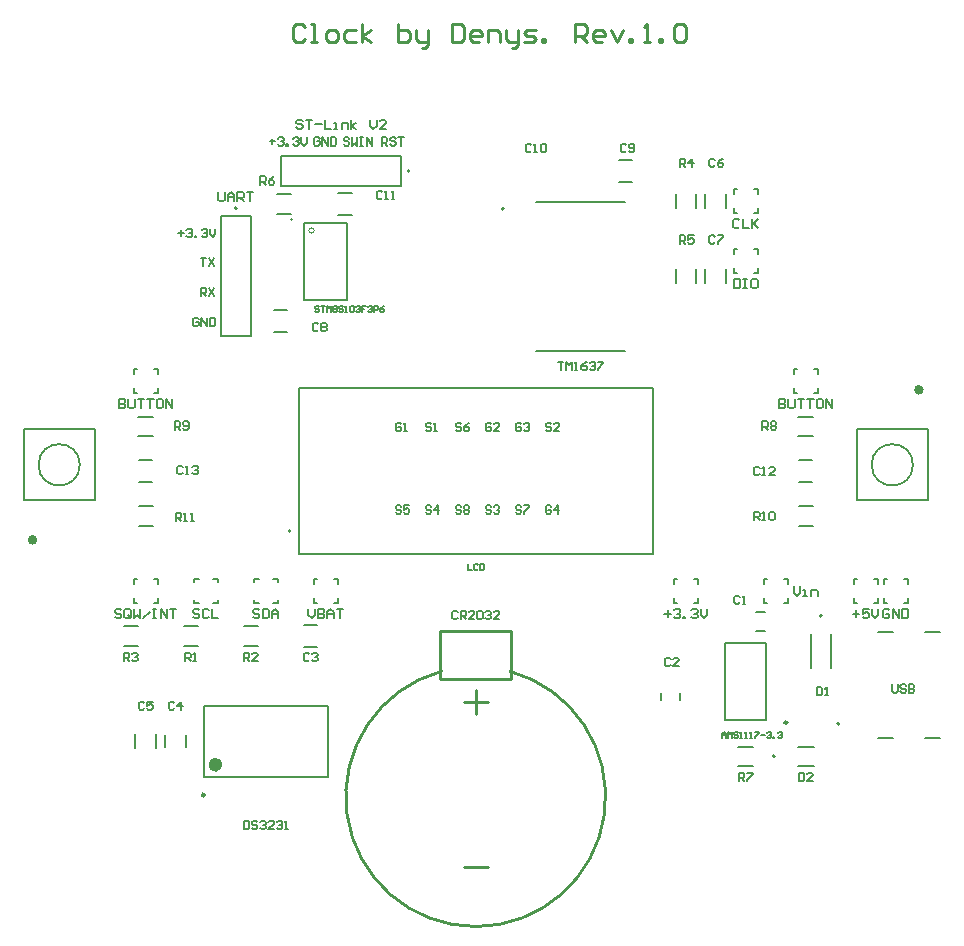
<source format=gto>
G04*
G04 #@! TF.GenerationSoftware,Altium Limited,Altium Designer,25.3.3 (18)*
G04*
G04 Layer_Color=65535*
%FSLAX44Y44*%
%MOMM*%
G71*
G04*
G04 #@! TF.SameCoordinates,4553B921-64C7-485E-A772-E3B30A5B98F9*
G04*
G04*
G04 #@! TF.FilePolarity,Positive*
G04*
G01*
G75*
%ADD10C,0.2500*%
%ADD11C,0.6000*%
%ADD12C,0.1270*%
%ADD13C,0.4000*%
%ADD14C,0.0500*%
%ADD15C,0.2000*%
%ADD16C,0.2540*%
%ADD17C,0.1524*%
D10*
X176900Y132300D02*
G03*
X176900Y132300I-1250J0D01*
G01*
X670200Y193600D02*
G03*
X670200Y193600I-1250J0D01*
G01*
D11*
X189100Y157800D02*
G03*
X189100Y157800I-3000J0D01*
G01*
D12*
X71200Y411700D02*
G03*
X71200Y411700I-17500J0D01*
G01*
X776600D02*
G03*
X776600Y411700I-17500J0D01*
G01*
X23700Y381700D02*
X83672Y381703D01*
X23700Y381700D02*
Y441700D01*
X83700D01*
Y381779D02*
Y441700D01*
X457800Y634500D02*
X532800D01*
X457800Y508500D02*
X532800D01*
X707000Y239750D02*
Y268250D01*
X690000Y239750D02*
Y268250D01*
X120500Y452500D02*
X133500D01*
X120500Y436500D02*
X133500D01*
X678950Y157100D02*
X692650D01*
X678950Y173100D02*
X692650D01*
X256400Y336400D02*
X556400D01*
Y476400D01*
X256400D02*
X556400D01*
X256400Y336400D02*
Y476400D01*
X643700Y271400D02*
X651700D01*
X643700Y287400D02*
X651700D01*
X121600Y397400D02*
X132400D01*
X121600Y415400D02*
X132400D01*
X579500Y212320D02*
Y218520D01*
X563500Y212320D02*
Y218520D01*
X600600Y565800D02*
Y577200D01*
X618600Y565800D02*
Y577200D01*
X261300Y275700D02*
X272100D01*
X261300Y257700D02*
X272100D01*
X161400Y172400D02*
Y183200D01*
X143400Y172400D02*
Y183200D01*
X235900Y524400D02*
X246700D01*
X235900Y542400D02*
X246700D01*
X680400Y397400D02*
X691200D01*
X680400Y415400D02*
X691200D01*
X628500Y173100D02*
X641500D01*
X628500Y157100D02*
X641500D01*
X679300Y452500D02*
X692300D01*
X679300Y436500D02*
X692300D01*
X729100Y381700D02*
Y441621D01*
Y381700D02*
X789100D01*
Y441700D01*
X729128Y441697D02*
X789100Y441700D01*
X290210Y641460D02*
X301610D01*
X290210Y623460D02*
X301610D01*
X118000Y172100D02*
Y183500D01*
X136000Y172100D02*
Y183500D01*
X527700Y651400D02*
X539100D01*
X527700Y669400D02*
X539100D01*
X618600Y629300D02*
Y640700D01*
X600600Y629300D02*
Y640700D01*
X273905Y545253D02*
X273059Y546099D01*
X271366D01*
X270520Y545253D01*
Y544406D01*
X271366Y543560D01*
X273059D01*
X273905Y542714D01*
Y541867D01*
X273059Y541021D01*
X271366D01*
X270520Y541867D01*
X275598Y546099D02*
X278983D01*
X277291D01*
Y541021D01*
X280676D02*
Y546099D01*
X282369Y544406D01*
X284062Y546099D01*
Y541021D01*
X285755Y545253D02*
X286601Y546099D01*
X288294D01*
X289140Y545253D01*
Y544406D01*
X288294Y543560D01*
X289140Y542714D01*
Y541867D01*
X288294Y541021D01*
X286601D01*
X285755Y541867D01*
Y542714D01*
X286601Y543560D01*
X285755Y544406D01*
Y545253D01*
X286601Y543560D02*
X288294D01*
X294219Y545253D02*
X293372Y546099D01*
X291679D01*
X290833Y545253D01*
Y544406D01*
X291679Y543560D01*
X293372D01*
X294219Y542714D01*
Y541867D01*
X293372Y541021D01*
X291679D01*
X290833Y541867D01*
X295911Y541021D02*
X297604D01*
X296758D01*
Y546099D01*
X295911Y545253D01*
X300143D02*
X300990Y546099D01*
X302682D01*
X303529Y545253D01*
Y541867D01*
X302682Y541021D01*
X300990D01*
X300143Y541867D01*
Y545253D01*
X305222D02*
X306068Y546099D01*
X307761D01*
X308607Y545253D01*
Y544406D01*
X307761Y543560D01*
X306914D01*
X307761D01*
X308607Y542714D01*
Y541867D01*
X307761Y541021D01*
X306068D01*
X305222Y541867D01*
X313685Y546099D02*
X310300D01*
Y543560D01*
X311993D01*
X310300D01*
Y541021D01*
X315378Y545253D02*
X316225Y546099D01*
X317917D01*
X318764Y545253D01*
Y544406D01*
X317917Y543560D01*
X317071D01*
X317917D01*
X318764Y542714D01*
Y541867D01*
X317917Y541021D01*
X316225D01*
X315378Y541867D01*
X320457Y541021D02*
Y546099D01*
X322996D01*
X323842Y545253D01*
Y543560D01*
X322996Y542714D01*
X320457D01*
X328921Y546099D02*
X327228Y545253D01*
X325535Y543560D01*
Y541867D01*
X326381Y541021D01*
X328074D01*
X328921Y541867D01*
Y542714D01*
X328074Y543560D01*
X325535D01*
X399629Y327659D02*
Y322581D01*
X403014D01*
X408093Y326813D02*
X407246Y327659D01*
X405554D01*
X404707Y326813D01*
Y323427D01*
X405554Y322581D01*
X407246D01*
X408093Y323427D01*
X409786Y327659D02*
Y322581D01*
X412325D01*
X413171Y323427D01*
Y326813D01*
X412325Y327659D01*
X409786D01*
X614677Y180458D02*
X614692Y183844D01*
X616393Y185529D01*
X618078Y183828D01*
X618062Y180443D01*
X618074Y182982D01*
X614688Y182997D01*
X619755Y180435D02*
X619779Y185513D01*
X621464Y183812D01*
X623164Y185497D01*
X623141Y180419D01*
X628238Y184627D02*
X627396Y185478D01*
X625703Y185486D01*
X624853Y184643D01*
X624849Y183797D01*
X625691Y182946D01*
X627384Y182939D01*
X628227Y182088D01*
X628223Y181242D01*
X627373Y180399D01*
X625680Y180407D01*
X624837Y181258D01*
X629912Y180388D02*
X631604Y180380D01*
X630758Y180384D01*
X630782Y185462D01*
X629931Y184620D01*
X634144Y180368D02*
X635836Y180360D01*
X634990Y180364D01*
X635013Y185443D01*
X634163Y184600D01*
X638376Y180349D02*
X640068Y180341D01*
X639222Y180345D01*
X639245Y185423D01*
X638395Y184581D01*
X642631Y185407D02*
X646016Y185392D01*
X646012Y184545D01*
X642611Y181175D01*
X642607Y180329D01*
X647698Y182845D02*
X651083Y182829D01*
X652784Y184514D02*
X653634Y185357D01*
X655327Y185349D01*
X656169Y184499D01*
X656165Y183652D01*
X655315Y182810D01*
X654469Y182814D01*
X655315Y182810D01*
X656157Y181959D01*
X656153Y181113D01*
X655303Y180271D01*
X653610Y180278D01*
X652768Y181129D01*
X657842Y180259D02*
X657846Y181105D01*
X658693Y181101D01*
X658689Y180255D01*
X657842Y180259D01*
X662094Y184471D02*
X662944Y185314D01*
X664637Y185306D01*
X665479Y184456D01*
X665475Y183609D01*
X664625Y182767D01*
X663779Y182771D01*
X664625Y182767D01*
X665468Y181916D01*
X665464Y181070D01*
X664613Y180228D01*
X662921Y180235D01*
X662078Y181086D01*
D13*
X33200Y348200D02*
G03*
X33200Y348200I-2000J0D01*
G01*
X783600Y475200D02*
G03*
X783600Y475200I-2000J0D01*
G01*
D14*
X269636Y610200D02*
G03*
X269636Y610200I-2236J0D01*
G01*
D02*
G03*
X269636Y610200I-2236J0D01*
G01*
X251400Y619200D02*
G03*
X251400Y619200I-1000J0D01*
G01*
D15*
X430200Y628650D02*
G03*
X430200Y628650I-1000J0D01*
G01*
X699500Y284000D02*
G03*
X699500Y284000I-1000J0D01*
G01*
X204200Y628800D02*
G03*
X204200Y628800I-1000J0D01*
G01*
X659800Y165100D02*
G03*
X659800Y165100I-1000J0D01*
G01*
X249900Y355600D02*
G03*
X249900Y355600I-1000J0D01*
G01*
X714400Y192600D02*
G03*
X714400Y192600I-1000J0D01*
G01*
X350400Y660400D02*
G03*
X350400Y660400I-1000J0D01*
G01*
X176100Y147800D02*
X281100D01*
X176100Y207800D02*
X281100D01*
X176100Y147800D02*
Y207800D01*
X281100Y147800D02*
Y207800D01*
X261150Y616700D02*
X297650D01*
Y551700D02*
Y616700D01*
X261150Y551700D02*
X297650D01*
X261150D02*
Y616700D01*
X190500Y520700D02*
Y622300D01*
X215900Y520700D02*
Y622300D01*
X190500Y520700D02*
X215900D01*
X190500Y622300D02*
X215900D01*
X117000Y472600D02*
Y476550D01*
Y488650D02*
Y492600D01*
X137000Y488650D02*
Y492600D01*
Y472600D02*
Y476550D01*
X117000Y472600D02*
X119700D01*
X117000Y492600D02*
X119700D01*
X134300Y472600D02*
X137000D01*
X134300Y492600D02*
X137000D01*
X786600Y180400D02*
X799400D01*
X786600Y269800D02*
X799400D01*
X746900Y180400D02*
X759400D01*
X746900Y269800D02*
X759400D01*
X617475Y196075D02*
X652525D01*
X617475D02*
Y261125D01*
X652525D01*
Y196075D02*
Y261125D01*
X241300Y673100D02*
X342900D01*
X241300Y647700D02*
X342900D01*
X241300D02*
Y673100D01*
X342900Y647700D02*
Y673100D01*
X726600Y294800D02*
Y298750D01*
Y310850D02*
Y314800D01*
X746600Y310850D02*
Y314800D01*
Y294800D02*
Y298750D01*
X726600Y294800D02*
X729300D01*
X726600Y314800D02*
X729300D01*
X743900Y294800D02*
X746600D01*
X743900Y314800D02*
X746600D01*
X752000Y294800D02*
Y298750D01*
Y310850D02*
Y314800D01*
X772000Y310850D02*
Y314800D01*
Y294800D02*
Y298750D01*
X752000Y294800D02*
X754700D01*
X752000Y314800D02*
X754700D01*
X769300Y294800D02*
X772000D01*
X769300Y314800D02*
X772000D01*
X650400Y294800D02*
Y298750D01*
Y310850D02*
Y314800D01*
X670400Y310850D02*
Y314800D01*
Y294800D02*
Y298750D01*
X650400Y294800D02*
X653100D01*
X650400Y314800D02*
X653100D01*
X667700Y294800D02*
X670400D01*
X667700Y314800D02*
X670400D01*
X234650Y294800D02*
X238600D01*
X218600D02*
X222550D01*
X218600Y314800D02*
X222550D01*
X234650D02*
X238600D01*
Y294800D02*
Y297500D01*
X218600Y294800D02*
Y297500D01*
X238600Y312100D02*
Y314800D01*
X218600Y312100D02*
Y314800D01*
X183850Y294800D02*
X187800D01*
X167800D02*
X171750D01*
X167800Y314800D02*
X171750D01*
X183850D02*
X187800D01*
Y294800D02*
Y297500D01*
X167800Y294800D02*
Y297500D01*
X187800Y312100D02*
Y314800D01*
X167800Y312100D02*
Y314800D01*
X117000Y294800D02*
Y298750D01*
Y310850D02*
Y314800D01*
X137000Y310850D02*
Y314800D01*
Y294800D02*
Y298750D01*
X117000Y294800D02*
X119700D01*
X117000Y314800D02*
X119700D01*
X134300Y294800D02*
X137000D01*
X134300Y314800D02*
X137000D01*
X574200Y294800D02*
Y298750D01*
Y310850D02*
Y314800D01*
X594200Y310850D02*
Y314800D01*
Y294800D02*
Y298750D01*
X574200Y294800D02*
X576900D01*
X574200Y314800D02*
X576900D01*
X591500Y294800D02*
X594200D01*
X591500Y314800D02*
X594200D01*
X269400Y294800D02*
Y298750D01*
Y310850D02*
Y314800D01*
X289400Y310850D02*
Y314800D01*
Y294800D02*
Y298750D01*
X269400Y294800D02*
X272100D01*
X269400Y314800D02*
X272100D01*
X286700Y294800D02*
X289400D01*
X286700Y314800D02*
X289400D01*
X625000Y625000D02*
Y628950D01*
Y641050D02*
Y645000D01*
X645000Y641050D02*
Y645000D01*
Y625000D02*
Y628950D01*
X625000Y625000D02*
X627700D01*
X625000Y645000D02*
X627700D01*
X642300Y625000D02*
X645000D01*
X642300Y645000D02*
X645000D01*
X625000Y574200D02*
Y578150D01*
Y590250D02*
Y594200D01*
X645000Y590250D02*
Y594200D01*
Y574200D02*
Y578150D01*
X625000Y574200D02*
X627700D01*
X625000Y594200D02*
X627700D01*
X642300Y574200D02*
X645000D01*
X642300Y594200D02*
X645000D01*
X675800Y472600D02*
Y476550D01*
Y488650D02*
Y492600D01*
X695800Y488650D02*
Y492600D01*
Y472600D02*
Y476550D01*
X675800Y472600D02*
X678500D01*
X675800Y492600D02*
X678500D01*
X693100Y472600D02*
X695800D01*
X693100Y492600D02*
X695800D01*
X209939Y110179D02*
Y103181D01*
X213438D01*
X214604Y104347D01*
Y109013D01*
X213438Y110179D01*
X209939D01*
X221602Y109013D02*
X220436Y110179D01*
X218103D01*
X216937Y109013D01*
Y107846D01*
X218103Y106680D01*
X220436D01*
X221602Y105514D01*
Y104347D01*
X220436Y103181D01*
X218103D01*
X216937Y104347D01*
X223935Y109013D02*
X225101Y110179D01*
X227434D01*
X228600Y109013D01*
Y107846D01*
X227434Y106680D01*
X226267D01*
X227434D01*
X228600Y105514D01*
Y104347D01*
X227434Y103181D01*
X225101D01*
X223935Y104347D01*
X235598Y103181D02*
X230933D01*
X235598Y107846D01*
Y109013D01*
X234431Y110179D01*
X232099D01*
X230933Y109013D01*
X237930D02*
X239097Y110179D01*
X241429D01*
X242596Y109013D01*
Y107846D01*
X241429Y106680D01*
X240263D01*
X241429D01*
X242596Y105514D01*
Y104347D01*
X241429Y103181D01*
X239097D01*
X237930Y104347D01*
X244928Y103181D02*
X247261D01*
X246094D01*
Y110179D01*
X244928Y109013D01*
X476056Y498799D02*
X480721D01*
X478389D01*
Y491801D01*
X483054D02*
Y498799D01*
X485387Y496466D01*
X487719Y498799D01*
Y491801D01*
X490052D02*
X492384D01*
X491218D01*
Y498799D01*
X490052Y497633D01*
X500548Y498799D02*
X498216Y497633D01*
X495883Y495300D01*
Y492967D01*
X497049Y491801D01*
X499382D01*
X500548Y492967D01*
Y494134D01*
X499382Y495300D01*
X495883D01*
X502881Y497633D02*
X504047Y498799D01*
X506380D01*
X507546Y497633D01*
Y496466D01*
X506380Y495300D01*
X505214D01*
X506380D01*
X507546Y494134D01*
Y492967D01*
X506380Y491801D01*
X504047D01*
X502881Y492967D01*
X509879Y498799D02*
X514544D01*
Y497633D01*
X509879Y492967D01*
Y491801D01*
X695335Y223499D02*
Y216501D01*
X698834D01*
X700000Y217667D01*
Y222333D01*
X698834Y223499D01*
X695335D01*
X702333Y216501D02*
X704665D01*
X703499D01*
Y223499D01*
X702333Y222333D01*
X188538Y642809D02*
Y636144D01*
X189871Y634811D01*
X192537D01*
X193870Y636144D01*
Y642809D01*
X196535Y634811D02*
Y640143D01*
X199201Y642809D01*
X201867Y640143D01*
Y634811D01*
Y638810D01*
X196535D01*
X204533Y634811D02*
Y642809D01*
X208532D01*
X209865Y641476D01*
Y638810D01*
X208532Y637477D01*
X204533D01*
X207199D02*
X209865Y634811D01*
X212530Y642809D02*
X217862D01*
X215196D01*
Y634811D01*
X104341Y467549D02*
Y459551D01*
X108339D01*
X109672Y460884D01*
Y462217D01*
X108339Y463550D01*
X104341D01*
X108339D01*
X109672Y464883D01*
Y466216D01*
X108339Y467549D01*
X104341D01*
X112338D02*
Y460884D01*
X113671Y459551D01*
X116337D01*
X117670Y460884D01*
Y467549D01*
X120336D02*
X125667D01*
X123001D01*
Y459551D01*
X128333Y467549D02*
X133665D01*
X130999D01*
Y459551D01*
X140329Y467549D02*
X137663D01*
X136330Y466216D01*
Y460884D01*
X137663Y459551D01*
X140329D01*
X141662Y460884D01*
Y466216D01*
X140329Y467549D01*
X144328Y459551D02*
Y467549D01*
X149659Y459551D01*
Y467549D01*
X152419Y364001D02*
Y370999D01*
X155918D01*
X157084Y369833D01*
Y367500D01*
X155918Y366334D01*
X152419D01*
X154752D02*
X157084Y364001D01*
X159417D02*
X161749D01*
X160583D01*
Y370999D01*
X159417Y369833D01*
X165248Y364001D02*
X167581D01*
X166415D01*
Y370999D01*
X165248Y369833D01*
X151669Y441501D02*
Y448499D01*
X155167D01*
X156334Y447333D01*
Y445000D01*
X155167Y443834D01*
X151669D01*
X154001D02*
X156334Y441501D01*
X158666Y442667D02*
X159833Y441501D01*
X162165D01*
X163331Y442667D01*
Y447333D01*
X162165Y448499D01*
X159833D01*
X158666Y447333D01*
Y446166D01*
X159833Y445000D01*
X163331D01*
X391238Y286813D02*
X390072Y287979D01*
X387739D01*
X386573Y286813D01*
Y282147D01*
X387739Y280981D01*
X390072D01*
X391238Y282147D01*
X393571Y280981D02*
Y287979D01*
X397070D01*
X398236Y286813D01*
Y284480D01*
X397070Y283314D01*
X393571D01*
X395903D02*
X398236Y280981D01*
X405234D02*
X400569D01*
X405234Y285646D01*
Y286813D01*
X404067Y287979D01*
X401735D01*
X400569Y286813D01*
X407566D02*
X408733Y287979D01*
X411065D01*
X412231Y286813D01*
Y282147D01*
X411065Y280981D01*
X408733D01*
X407566Y282147D01*
Y286813D01*
X414564D02*
X415730Y287979D01*
X418063D01*
X419229Y286813D01*
Y285646D01*
X418063Y284480D01*
X416897D01*
X418063D01*
X419229Y283314D01*
Y282147D01*
X418063Y280981D01*
X415730D01*
X414564Y282147D01*
X426227Y280981D02*
X421562D01*
X426227Y285646D01*
Y286813D01*
X425061Y287979D01*
X422728D01*
X421562Y286813D01*
X679968Y151099D02*
Y144101D01*
X683467D01*
X684634Y145267D01*
Y149933D01*
X683467Y151099D01*
X679968D01*
X691631Y144101D02*
X686966D01*
X691631Y148766D01*
Y149933D01*
X690465Y151099D01*
X688133D01*
X686966Y149933D01*
X759020Y225749D02*
Y219917D01*
X760186Y218751D01*
X762518D01*
X763685Y219917D01*
Y225749D01*
X770683Y224583D02*
X769516Y225749D01*
X767184D01*
X766017Y224583D01*
Y223416D01*
X767184Y222250D01*
X769516D01*
X770683Y221084D01*
Y219917D01*
X769516Y218751D01*
X767184D01*
X766017Y219917D01*
X773015Y225749D02*
Y218751D01*
X776514D01*
X777680Y219917D01*
Y221084D01*
X776514Y222250D01*
X773015D01*
X776514D01*
X777680Y223416D01*
Y224583D01*
X776514Y225749D01*
X773015D01*
X630000Y299833D02*
X628834Y300999D01*
X626501D01*
X625335Y299833D01*
Y295167D01*
X626501Y294001D01*
X628834D01*
X630000Y295167D01*
X632333Y294001D02*
X634665D01*
X633499D01*
Y300999D01*
X632333Y299833D01*
X158418Y409833D02*
X157252Y410999D01*
X154919D01*
X153753Y409833D01*
Y405167D01*
X154919Y404001D01*
X157252D01*
X158418Y405167D01*
X160751Y404001D02*
X163083D01*
X161917D01*
Y410999D01*
X160751Y409833D01*
X166582D02*
X167748Y410999D01*
X170081D01*
X171247Y409833D01*
Y408666D01*
X170081Y407500D01*
X168915D01*
X170081D01*
X171247Y406334D01*
Y405167D01*
X170081Y404001D01*
X167748D01*
X166582Y405167D01*
X571334Y247333D02*
X570167Y248499D01*
X567835D01*
X566669Y247333D01*
Y242667D01*
X567835Y241501D01*
X570167D01*
X571334Y242667D01*
X578331Y241501D02*
X573666D01*
X578331Y246166D01*
Y247333D01*
X577165Y248499D01*
X574833D01*
X573666Y247333D01*
X608834Y604833D02*
X607667Y605999D01*
X605335D01*
X604169Y604833D01*
Y600167D01*
X605335Y599001D01*
X607667D01*
X608834Y600167D01*
X611166Y605999D02*
X615831D01*
Y604833D01*
X611166Y600167D01*
Y599001D01*
X453418Y682333D02*
X452252Y683499D01*
X449919D01*
X448753Y682333D01*
Y677667D01*
X449919Y676501D01*
X452252D01*
X453418Y677667D01*
X455751Y676501D02*
X458083D01*
X456917D01*
Y683499D01*
X455751Y682333D01*
X461582D02*
X462748Y683499D01*
X465081D01*
X466247Y682333D01*
Y677667D01*
X465081Y676501D01*
X462748D01*
X461582Y677667D01*
Y682333D01*
X265534Y251533D02*
X264367Y252699D01*
X262035D01*
X260868Y251533D01*
Y246867D01*
X262035Y245701D01*
X264367D01*
X265534Y246867D01*
X267866Y251533D02*
X269033Y252699D01*
X271365D01*
X272532Y251533D01*
Y250366D01*
X271365Y249200D01*
X270199D01*
X271365D01*
X272532Y248034D01*
Y246867D01*
X271365Y245701D01*
X269033D01*
X267866Y246867D01*
X151234Y210133D02*
X150067Y211299D01*
X147735D01*
X146568Y210133D01*
Y205467D01*
X147735Y204301D01*
X150067D01*
X151234Y205467D01*
X157065Y204301D02*
Y211299D01*
X153566Y207800D01*
X158231D01*
X273154Y530653D02*
X271987Y531819D01*
X269655D01*
X268489Y530653D01*
Y525987D01*
X269655Y524821D01*
X271987D01*
X273154Y525987D01*
X275486Y530653D02*
X276653Y531819D01*
X278985D01*
X280152Y530653D01*
Y529486D01*
X278985Y528320D01*
X280152Y527154D01*
Y525987D01*
X278985Y524821D01*
X276653D01*
X275486Y525987D01*
Y527154D01*
X276653Y528320D01*
X275486Y529486D01*
Y530653D01*
X276653Y528320D02*
X278985D01*
X646718Y408733D02*
X645552Y409899D01*
X643219D01*
X642053Y408733D01*
Y404067D01*
X643219Y402901D01*
X645552D01*
X646718Y404067D01*
X649051Y402901D02*
X651383D01*
X650217D01*
Y409899D01*
X649051Y408733D01*
X659547Y402901D02*
X654882D01*
X659547Y407566D01*
Y408733D01*
X658381Y409899D01*
X656048D01*
X654882Y408733D01*
X259845Y702678D02*
X258512Y704011D01*
X255847Y704012D01*
X254513Y702680D01*
X254513Y701347D01*
X255845Y700014D01*
X258511Y700013D01*
X259843Y698679D01*
X259843Y697346D01*
X258510Y696014D01*
X255844Y696015D01*
X254511Y697348D01*
X262511Y704010D02*
X267843Y704008D01*
X265177Y704009D01*
X265174Y696011D01*
X270507Y700008D02*
X275839Y700006D01*
X278506Y704004D02*
X278503Y696006D01*
X283835Y696004D01*
X286500Y696003D02*
X289166Y696003D01*
X287833Y696003D01*
X287835Y701335D01*
X286502Y701335D01*
X293165Y696001D02*
X293167Y701333D01*
X297166Y701331D01*
X298498Y699998D01*
X298497Y695999D01*
X301162Y695998D02*
X301165Y703996D01*
X301163Y698664D02*
X305163Y701328D01*
X301163Y698664D02*
X305161Y695997D01*
X317160Y703990D02*
X317158Y698658D01*
X319823Y695991D01*
X322490Y698656D01*
X322492Y703988D01*
X330486Y695987D02*
X325155Y695989D01*
X330488Y701319D01*
X330489Y702652D01*
X329156Y703985D01*
X326491Y703986D01*
X325157Y702654D01*
X160435Y245701D02*
Y252699D01*
X163934D01*
X165100Y251533D01*
Y249200D01*
X163934Y248034D01*
X160435D01*
X162767D02*
X165100Y245701D01*
X167433D02*
X169765D01*
X168599D01*
Y252699D01*
X167433Y251533D01*
X210068Y245701D02*
Y252699D01*
X213567D01*
X214734Y251533D01*
Y249200D01*
X213567Y248034D01*
X210068D01*
X212401D02*
X214734Y245701D01*
X221731D02*
X217066D01*
X221731Y250366D01*
Y251533D01*
X220565Y252699D01*
X218233D01*
X217066Y251533D01*
X108469Y245701D02*
Y252699D01*
X111967D01*
X113134Y251533D01*
Y249200D01*
X111967Y248034D01*
X108469D01*
X110801D02*
X113134Y245701D01*
X115466Y251533D02*
X116633Y252699D01*
X118965D01*
X120132Y251533D01*
Y250366D01*
X118965Y249200D01*
X117799D01*
X118965D01*
X120132Y248034D01*
Y246867D01*
X118965Y245701D01*
X116633D01*
X115466Y246867D01*
X579169Y664001D02*
Y670999D01*
X582667D01*
X583834Y669833D01*
Y667500D01*
X582667Y666334D01*
X579169D01*
X581501D02*
X583834Y664001D01*
X589665D02*
Y670999D01*
X586166Y667500D01*
X590831D01*
X579169Y599001D02*
Y605999D01*
X582667D01*
X583834Y604833D01*
Y602500D01*
X582667Y601334D01*
X579169D01*
X581501D02*
X583834Y599001D01*
X590831Y605999D02*
X586166D01*
Y602500D01*
X588499Y603666D01*
X589665D01*
X590831Y602500D01*
Y600167D01*
X589665Y599001D01*
X587333D01*
X586166Y600167D01*
X224168Y649001D02*
Y655999D01*
X227667D01*
X228834Y654833D01*
Y652500D01*
X227667Y651334D01*
X224168D01*
X226501D02*
X228834Y649001D01*
X235832Y655999D02*
X233499Y654833D01*
X231166Y652500D01*
Y650167D01*
X232333Y649001D01*
X234665D01*
X235832Y650167D01*
Y651334D01*
X234665Y652500D01*
X231166D01*
X629169Y144101D02*
Y151099D01*
X632667D01*
X633834Y149933D01*
Y147600D01*
X632667Y146434D01*
X629169D01*
X631501D02*
X633834Y144101D01*
X636166Y151099D02*
X640832D01*
Y149933D01*
X636166Y145267D01*
Y144101D01*
X649169Y441501D02*
Y448499D01*
X652667D01*
X653834Y447333D01*
Y445000D01*
X652667Y443834D01*
X649169D01*
X651501D02*
X653834Y441501D01*
X656166Y447333D02*
X657333Y448499D01*
X659665D01*
X660832Y447333D01*
Y446166D01*
X659665Y445000D01*
X660832Y443834D01*
Y442667D01*
X659665Y441501D01*
X657333D01*
X656166Y442667D01*
Y443834D01*
X657333Y445000D01*
X656166Y446166D01*
Y447333D01*
X657333Y445000D02*
X659665D01*
X642053Y364801D02*
Y371799D01*
X645552D01*
X646718Y370633D01*
Y368300D01*
X645552Y367134D01*
X642053D01*
X644385D02*
X646718Y364801D01*
X649051D02*
X651383D01*
X650217D01*
Y371799D01*
X649051Y370633D01*
X654882D02*
X656048Y371799D01*
X658381D01*
X659547Y370633D01*
Y365967D01*
X658381Y364801D01*
X656048D01*
X654882Y365967D01*
Y370633D01*
X725937Y285750D02*
X731268D01*
X728603Y288416D02*
Y283084D01*
X739266Y289749D02*
X733934D01*
Y285750D01*
X736600Y287083D01*
X737933D01*
X739266Y285750D01*
Y283084D01*
X737933Y281751D01*
X735267D01*
X733934Y283084D01*
X741932Y289749D02*
Y284417D01*
X744597Y281751D01*
X747263Y284417D01*
Y289749D01*
X756668Y288416D02*
X755335Y289749D01*
X752670D01*
X751337Y288416D01*
Y283084D01*
X752670Y281751D01*
X755335D01*
X756668Y283084D01*
Y285750D01*
X754003D01*
X759334Y281751D02*
Y289749D01*
X764666Y281751D01*
Y289749D01*
X767332D02*
Y281751D01*
X771330D01*
X772663Y283084D01*
Y288416D01*
X771330Y289749D01*
X767332D01*
X675803Y308799D02*
Y303467D01*
X678469Y300801D01*
X681135Y303467D01*
Y308799D01*
X683801Y300801D02*
X686466D01*
X685134D01*
Y306133D01*
X683801D01*
X690465Y300801D02*
Y306133D01*
X694464D01*
X695797Y304800D01*
Y300801D01*
X223268Y288416D02*
X221936Y289749D01*
X219270D01*
X217937Y288416D01*
Y287083D01*
X219270Y285750D01*
X221936D01*
X223268Y284417D01*
Y283084D01*
X221936Y281751D01*
X219270D01*
X217937Y283084D01*
X225934Y289749D02*
Y281751D01*
X229933D01*
X231266Y283084D01*
Y288416D01*
X229933Y289749D01*
X225934D01*
X233932Y281751D02*
Y287083D01*
X236597Y289749D01*
X239263Y287083D01*
Y281751D01*
Y285750D01*
X233932D01*
X172468Y288416D02*
X171136Y289749D01*
X168470D01*
X167137Y288416D01*
Y287083D01*
X168470Y285750D01*
X171136D01*
X172468Y284417D01*
Y283084D01*
X171136Y281751D01*
X168470D01*
X167137Y283084D01*
X180466Y288416D02*
X179133Y289749D01*
X176467D01*
X175134Y288416D01*
Y283084D01*
X176467Y281751D01*
X179133D01*
X180466Y283084D01*
X183132Y289749D02*
Y281751D01*
X188463D01*
X106340Y288416D02*
X105007Y289749D01*
X102341D01*
X101008Y288416D01*
Y287083D01*
X102341Y285750D01*
X105007D01*
X106340Y284417D01*
Y283084D01*
X105007Y281751D01*
X102341D01*
X101008Y283084D01*
X114337D02*
Y288416D01*
X113005Y289749D01*
X110339D01*
X109006Y288416D01*
Y283084D01*
X110339Y281751D01*
X113005D01*
X111672Y284417D02*
X114337Y281751D01*
X113005D02*
X114337Y283084D01*
X117003Y289749D02*
Y281751D01*
X119669Y284417D01*
X122335Y281751D01*
Y289749D01*
X125001Y281751D02*
X130332Y287083D01*
X132998Y289749D02*
X135664D01*
X134331D01*
Y281751D01*
X132998D01*
X135664D01*
X139663D02*
Y289749D01*
X144994Y281751D01*
Y289749D01*
X147660D02*
X152992D01*
X150326D01*
Y281751D01*
X566206Y285750D02*
X571537D01*
X568872Y288416D02*
Y283084D01*
X574203Y288416D02*
X575536Y289749D01*
X578202D01*
X579535Y288416D01*
Y287083D01*
X578202Y285750D01*
X576869D01*
X578202D01*
X579535Y284417D01*
Y283084D01*
X578202Y281751D01*
X575536D01*
X574203Y283084D01*
X582201Y281751D02*
Y283084D01*
X583534D01*
Y281751D01*
X582201D01*
X588865Y288416D02*
X590198Y289749D01*
X592864D01*
X594197Y288416D01*
Y287083D01*
X592864Y285750D01*
X591531D01*
X592864D01*
X594197Y284417D01*
Y283084D01*
X592864Y281751D01*
X590198D01*
X588865Y283084D01*
X596863Y289749D02*
Y284417D01*
X599528Y281751D01*
X602194Y284417D01*
Y289749D01*
X264738D02*
Y284417D01*
X267404Y281751D01*
X270070Y284417D01*
Y289749D01*
X272736D02*
Y281751D01*
X276734D01*
X278067Y283084D01*
Y284417D01*
X276734Y285750D01*
X272736D01*
X276734D01*
X278067Y287083D01*
Y288416D01*
X276734Y289749D01*
X272736D01*
X280733Y281751D02*
Y287083D01*
X283399Y289749D01*
X286064Y287083D01*
Y281751D01*
Y285750D01*
X280733D01*
X288730Y289749D02*
X294062D01*
X291396D01*
Y281751D01*
X629668Y618616D02*
X628335Y619949D01*
X625670D01*
X624337Y618616D01*
Y613284D01*
X625670Y611951D01*
X628335D01*
X629668Y613284D01*
X632334Y619949D02*
Y611951D01*
X637666D01*
X640332Y619949D02*
Y611951D01*
Y614617D01*
X645663Y619949D01*
X641665Y615950D01*
X645663Y611951D01*
X625003Y569149D02*
Y561151D01*
X629002D01*
X630335Y562484D01*
Y567816D01*
X629002Y569149D01*
X625003D01*
X633001D02*
X635666D01*
X634334D01*
Y561151D01*
X633001D01*
X635666D01*
X643664Y569149D02*
X640998D01*
X639665Y567816D01*
Y562484D01*
X640998Y561151D01*
X643664D01*
X644997Y562484D01*
Y567816D01*
X643664Y569149D01*
X663141Y467549D02*
Y459551D01*
X667139D01*
X668472Y460884D01*
Y462217D01*
X667139Y463550D01*
X663141D01*
X667139D01*
X668472Y464883D01*
Y466216D01*
X667139Y467549D01*
X663141D01*
X671138D02*
Y460884D01*
X672471Y459551D01*
X675137D01*
X676470Y460884D01*
Y467549D01*
X679136D02*
X684467D01*
X681801D01*
Y459551D01*
X687133Y467549D02*
X692465D01*
X689799D01*
Y459551D01*
X699129Y467549D02*
X696463D01*
X695130Y466216D01*
Y460884D01*
X696463Y459551D01*
X699129D01*
X700462Y460884D01*
Y466216D01*
X699129Y467549D01*
X703128Y459551D02*
Y467549D01*
X708459Y459551D01*
Y467549D01*
X327084Y642333D02*
X325918Y643499D01*
X323585D01*
X322419Y642333D01*
Y637667D01*
X323585Y636501D01*
X325918D01*
X327084Y637667D01*
X329417Y636501D02*
X331749D01*
X330583D01*
Y643499D01*
X329417Y642333D01*
X335248Y636501D02*
X337581D01*
X336415D01*
Y643499D01*
X335248Y642333D01*
X125834Y210133D02*
X124667Y211299D01*
X122335D01*
X121168Y210133D01*
Y205467D01*
X122335Y204301D01*
X124667D01*
X125834Y205467D01*
X132831Y211299D02*
X128166D01*
Y207800D01*
X130499Y208966D01*
X131665D01*
X132831Y207800D01*
Y205467D01*
X131665Y204301D01*
X129333D01*
X128166Y205467D01*
X533834Y682333D02*
X532667Y683499D01*
X530335D01*
X529169Y682333D01*
Y677667D01*
X530335Y676501D01*
X532667D01*
X533834Y677667D01*
X536166D02*
X537333Y676501D01*
X539665D01*
X540831Y677667D01*
Y682333D01*
X539665Y683499D01*
X537333D01*
X536166Y682333D01*
Y681166D01*
X537333Y680000D01*
X540831D01*
X608834Y669833D02*
X607667Y670999D01*
X605335D01*
X604169Y669833D01*
Y665167D01*
X605335Y664001D01*
X607667D01*
X608834Y665167D01*
X615831Y670999D02*
X613499Y669833D01*
X611166Y667500D01*
Y665167D01*
X612333Y664001D01*
X614665D01*
X615831Y665167D01*
Y666334D01*
X614665Y667500D01*
X611166D01*
X470215Y376132D02*
X469049Y377298D01*
X466716D01*
X465550Y376132D01*
Y371466D01*
X466716Y370300D01*
X469049D01*
X470215Y371466D01*
Y373799D01*
X467883D01*
X476047Y370300D02*
Y377298D01*
X472548Y373799D01*
X477213D01*
X444815Y376132D02*
X443649Y377298D01*
X441316D01*
X440150Y376132D01*
Y374965D01*
X441316Y373799D01*
X443649D01*
X444815Y372633D01*
Y371466D01*
X443649Y370300D01*
X441316D01*
X440150Y371466D01*
X447148Y377298D02*
X451813D01*
Y376132D01*
X447148Y371466D01*
Y370300D01*
X419415Y376132D02*
X418249Y377298D01*
X415916D01*
X414750Y376132D01*
Y374965D01*
X415916Y373799D01*
X418249D01*
X419415Y372633D01*
Y371466D01*
X418249Y370300D01*
X415916D01*
X414750Y371466D01*
X421748Y376132D02*
X422914Y377298D01*
X425247D01*
X426413Y376132D01*
Y374965D01*
X425247Y373799D01*
X424080D01*
X425247D01*
X426413Y372633D01*
Y371466D01*
X425247Y370300D01*
X422914D01*
X421748Y371466D01*
X394015Y376132D02*
X392849Y377298D01*
X390516D01*
X389350Y376132D01*
Y374965D01*
X390516Y373799D01*
X392849D01*
X394015Y372633D01*
Y371466D01*
X392849Y370300D01*
X390516D01*
X389350Y371466D01*
X396348Y376132D02*
X397514Y377298D01*
X399847D01*
X401013Y376132D01*
Y374965D01*
X399847Y373799D01*
X401013Y372633D01*
Y371466D01*
X399847Y370300D01*
X397514D01*
X396348Y371466D01*
Y372633D01*
X397514Y373799D01*
X396348Y374965D01*
Y376132D01*
X397514Y373799D02*
X399847D01*
X368615Y376132D02*
X367449Y377298D01*
X365116D01*
X363950Y376132D01*
Y374965D01*
X365116Y373799D01*
X367449D01*
X368615Y372633D01*
Y371466D01*
X367449Y370300D01*
X365116D01*
X363950Y371466D01*
X374447Y370300D02*
Y377298D01*
X370948Y373799D01*
X375613D01*
X343215Y376132D02*
X342049Y377298D01*
X339716D01*
X338550Y376132D01*
Y374965D01*
X339716Y373799D01*
X342049D01*
X343215Y372633D01*
Y371466D01*
X342049Y370300D01*
X339716D01*
X338550Y371466D01*
X350213Y377298D02*
X345548D01*
Y373799D01*
X347880Y374965D01*
X349047D01*
X350213Y373799D01*
Y371466D01*
X349047Y370300D01*
X346714D01*
X345548Y371466D01*
X470215Y445981D02*
X469049Y447148D01*
X466716D01*
X465550Y445981D01*
Y444815D01*
X466716Y443649D01*
X469049D01*
X470215Y442483D01*
Y441316D01*
X469049Y440150D01*
X466716D01*
X465550Y441316D01*
X477213Y440150D02*
X472548D01*
X477213Y444815D01*
Y445981D01*
X476047Y447148D01*
X473714D01*
X472548Y445981D01*
X444815D02*
X443649Y447148D01*
X441316D01*
X440150Y445981D01*
Y441316D01*
X441316Y440150D01*
X443649D01*
X444815Y441316D01*
Y443649D01*
X442483D01*
X447148Y445981D02*
X448314Y447148D01*
X450647D01*
X451813Y445981D01*
Y444815D01*
X450647Y443649D01*
X449480D01*
X450647D01*
X451813Y442483D01*
Y441316D01*
X450647Y440150D01*
X448314D01*
X447148Y441316D01*
X419415Y445981D02*
X418249Y447148D01*
X415916D01*
X414750Y445981D01*
Y441316D01*
X415916Y440150D01*
X418249D01*
X419415Y441316D01*
Y443649D01*
X417083D01*
X426413Y440150D02*
X421748D01*
X426413Y444815D01*
Y445981D01*
X425247Y447148D01*
X422914D01*
X421748Y445981D01*
X394015D02*
X392849Y447148D01*
X390516D01*
X389350Y445981D01*
Y444815D01*
X390516Y443649D01*
X392849D01*
X394015Y442483D01*
Y441316D01*
X392849Y440150D01*
X390516D01*
X389350Y441316D01*
X401013Y447148D02*
X398680Y445981D01*
X396348Y443649D01*
Y441316D01*
X397514Y440150D01*
X399847D01*
X401013Y441316D01*
Y442483D01*
X399847Y443649D01*
X396348D01*
X368615Y445981D02*
X367449Y447148D01*
X365116D01*
X363950Y445981D01*
Y444815D01*
X365116Y443649D01*
X367449D01*
X368615Y442483D01*
Y441316D01*
X367449Y440150D01*
X365116D01*
X363950Y441316D01*
X370948Y440150D02*
X373280D01*
X372114D01*
Y447148D01*
X370948Y445981D01*
X343215D02*
X342049Y447148D01*
X339716D01*
X338550Y445981D01*
Y441316D01*
X339716Y440150D01*
X342049D01*
X343215Y441316D01*
Y443649D01*
X340883D01*
X345548Y440150D02*
X347880D01*
X346714D01*
Y447148D01*
X345548Y445981D01*
X173450Y586848D02*
X178115D01*
X175783D01*
Y579850D01*
X180448Y586848D02*
X185113Y579850D01*
Y586848D02*
X180448Y579850D01*
X173450Y554450D02*
Y561448D01*
X176949D01*
X178115Y560281D01*
Y557949D01*
X176949Y556783D01*
X173450D01*
X175783D02*
X178115Y554450D01*
X180448Y561448D02*
X185113Y554450D01*
Y561448D02*
X180448Y554450D01*
X171765Y534882D02*
X170599Y536048D01*
X168266D01*
X167100Y534882D01*
Y530216D01*
X168266Y529050D01*
X170599D01*
X171765Y530216D01*
Y532549D01*
X169433D01*
X174098Y529050D02*
Y536048D01*
X178763Y529050D01*
Y536048D01*
X181096D02*
Y529050D01*
X184594D01*
X185761Y530216D01*
Y534882D01*
X184594Y536048D01*
X181096D01*
X154500Y607999D02*
X159165D01*
X156833Y610331D02*
Y605666D01*
X161498Y610331D02*
X162664Y611498D01*
X164997D01*
X166163Y610331D01*
Y609165D01*
X164997Y607999D01*
X163830D01*
X164997D01*
X166163Y606833D01*
Y605666D01*
X164997Y604500D01*
X162664D01*
X161498Y605666D01*
X168496Y604500D02*
Y605666D01*
X169662D01*
Y604500D01*
X168496D01*
X174327Y610331D02*
X175493Y611498D01*
X177826D01*
X178992Y610331D01*
Y609165D01*
X177826Y607999D01*
X176660D01*
X177826D01*
X178992Y606833D01*
Y605666D01*
X177826Y604500D01*
X175493D01*
X174327Y605666D01*
X181325Y611498D02*
Y606833D01*
X183657Y604500D01*
X185990Y606833D01*
Y611498D01*
X274165Y687831D02*
X272999Y688998D01*
X270666D01*
X269500Y687831D01*
Y683166D01*
X270666Y682000D01*
X272999D01*
X274165Y683166D01*
Y685499D01*
X271833D01*
X276498Y682000D02*
Y688998D01*
X281163Y682000D01*
Y688998D01*
X283496D02*
Y682000D01*
X286994D01*
X288161Y683166D01*
Y687831D01*
X286994Y688998D01*
X283496D01*
X327000Y682000D02*
Y688998D01*
X330499D01*
X331665Y687831D01*
Y685499D01*
X330499Y684333D01*
X327000D01*
X329333D02*
X331665Y682000D01*
X338663Y687831D02*
X337497Y688998D01*
X335164D01*
X333998Y687831D01*
Y686665D01*
X335164Y685499D01*
X337497D01*
X338663Y684333D01*
Y683166D01*
X337497Y682000D01*
X335164D01*
X333998Y683166D01*
X340995Y688998D02*
X345661D01*
X343328D01*
Y682000D01*
X299165Y687831D02*
X297999Y688998D01*
X295666D01*
X294500Y687831D01*
Y686665D01*
X295666Y685499D01*
X297999D01*
X299165Y684333D01*
Y683166D01*
X297999Y682000D01*
X295666D01*
X294500Y683166D01*
X301498Y688998D02*
Y682000D01*
X303830Y684333D01*
X306163Y682000D01*
Y688998D01*
X308496D02*
X310828D01*
X309662D01*
Y682000D01*
X308496D01*
X310828D01*
X314327D02*
Y688998D01*
X318992Y682000D01*
Y688998D01*
X232000Y685499D02*
X236665D01*
X234333Y687831D02*
Y683166D01*
X238998Y687831D02*
X240164Y688998D01*
X242497D01*
X243663Y687831D01*
Y686665D01*
X242497Y685499D01*
X241330D01*
X242497D01*
X243663Y684333D01*
Y683166D01*
X242497Y682000D01*
X240164D01*
X238998Y683166D01*
X245996Y682000D02*
Y683166D01*
X247162D01*
Y682000D01*
X245996D01*
X251827Y687831D02*
X252993Y688998D01*
X255326D01*
X256492Y687831D01*
Y686665D01*
X255326Y685499D01*
X254160D01*
X255326D01*
X256492Y684333D01*
Y683166D01*
X255326Y682000D01*
X252993D01*
X251827Y683166D01*
X258825Y688998D02*
Y684333D01*
X261157Y682000D01*
X263490Y684333D01*
Y688998D01*
D16*
X377457Y236924D02*
G03*
X435343Y236924I28943J-106124D01*
G01*
X396400Y210800D02*
X416400D01*
X406400Y200800D02*
Y220800D01*
X396400Y70800D02*
X416400D01*
X376400Y270800D02*
X436400D01*
X376400Y230800D02*
X436400D01*
X376400D02*
Y270800D01*
X436400Y230800D02*
Y270800D01*
X261617Y782314D02*
X259077Y784853D01*
X253999D01*
X251460Y782314D01*
Y772158D01*
X253999Y769618D01*
X259077D01*
X261617Y772158D01*
X266695Y769618D02*
X271773D01*
X269234D01*
Y784853D01*
X266695D01*
X281930Y769618D02*
X287008D01*
X289548Y772158D01*
Y777236D01*
X287008Y779775D01*
X281930D01*
X279391Y777236D01*
Y772158D01*
X281930Y769618D01*
X304783Y779775D02*
X297165D01*
X294626Y777236D01*
Y772158D01*
X297165Y769618D01*
X304783D01*
X309861D02*
Y784853D01*
Y774697D02*
X317479Y779775D01*
X309861Y774697D02*
X317479Y769618D01*
X340331Y784853D02*
Y769618D01*
X347949D01*
X350488Y772158D01*
Y774697D01*
Y777236D01*
X347949Y779775D01*
X340331D01*
X355566D02*
Y772158D01*
X358106Y769618D01*
X365723D01*
Y767079D01*
X363184Y764540D01*
X360645D01*
X365723Y769618D02*
Y779775D01*
X386036Y784853D02*
Y769618D01*
X393654D01*
X396193Y772158D01*
Y782314D01*
X393654Y784853D01*
X386036D01*
X408889Y769618D02*
X403811D01*
X401272Y772158D01*
Y777236D01*
X403811Y779775D01*
X408889D01*
X411428Y777236D01*
Y774697D01*
X401272D01*
X416507Y769618D02*
Y779775D01*
X424124D01*
X426663Y777236D01*
Y769618D01*
X431742Y779775D02*
Y772158D01*
X434281Y769618D01*
X441898D01*
Y767079D01*
X439359Y764540D01*
X436820D01*
X441898Y769618D02*
Y779775D01*
X446977Y769618D02*
X454594D01*
X457133Y772158D01*
X454594Y774697D01*
X449516D01*
X446977Y777236D01*
X449516Y779775D01*
X457133D01*
X462212Y769618D02*
Y772158D01*
X464751D01*
Y769618D01*
X462212D01*
X490143D02*
Y784853D01*
X497760D01*
X500299Y782314D01*
Y777236D01*
X497760Y774697D01*
X490143D01*
X495221D02*
X500299Y769618D01*
X512995D02*
X507917D01*
X505378Y772158D01*
Y777236D01*
X507917Y779775D01*
X512995D01*
X515535Y777236D01*
Y774697D01*
X505378D01*
X520613Y779775D02*
X525691Y769618D01*
X530770Y779775D01*
X535848Y769618D02*
Y772158D01*
X538387D01*
Y769618D01*
X535848D01*
X548544D02*
X553622D01*
X551083D01*
Y784853D01*
X548544Y782314D01*
X561240Y769618D02*
Y772158D01*
X563779D01*
Y769618D01*
X561240D01*
X573936Y782314D02*
X576475Y784853D01*
X581553D01*
X584092Y782314D01*
Y772158D01*
X581553Y769618D01*
X576475D01*
X573936Y772158D01*
Y782314D01*
D17*
X121158Y359664D02*
X132842D01*
X121158Y376936D02*
X132842D01*
X159258Y258064D02*
X170942D01*
X159258Y275336D02*
X170942D01*
X210058D02*
X221742D01*
X210058Y258064D02*
X221742D01*
X108458D02*
X120142D01*
X108458Y275336D02*
X120142D01*
X592836Y629158D02*
Y640842D01*
X575564Y629158D02*
Y640842D01*
Y565658D02*
Y577342D01*
X592836Y565658D02*
Y577342D01*
X237998Y623824D02*
X249682D01*
X237998Y641096D02*
X249682D01*
X679958Y359664D02*
X691642D01*
X679958Y376936D02*
X691642D01*
M02*

</source>
